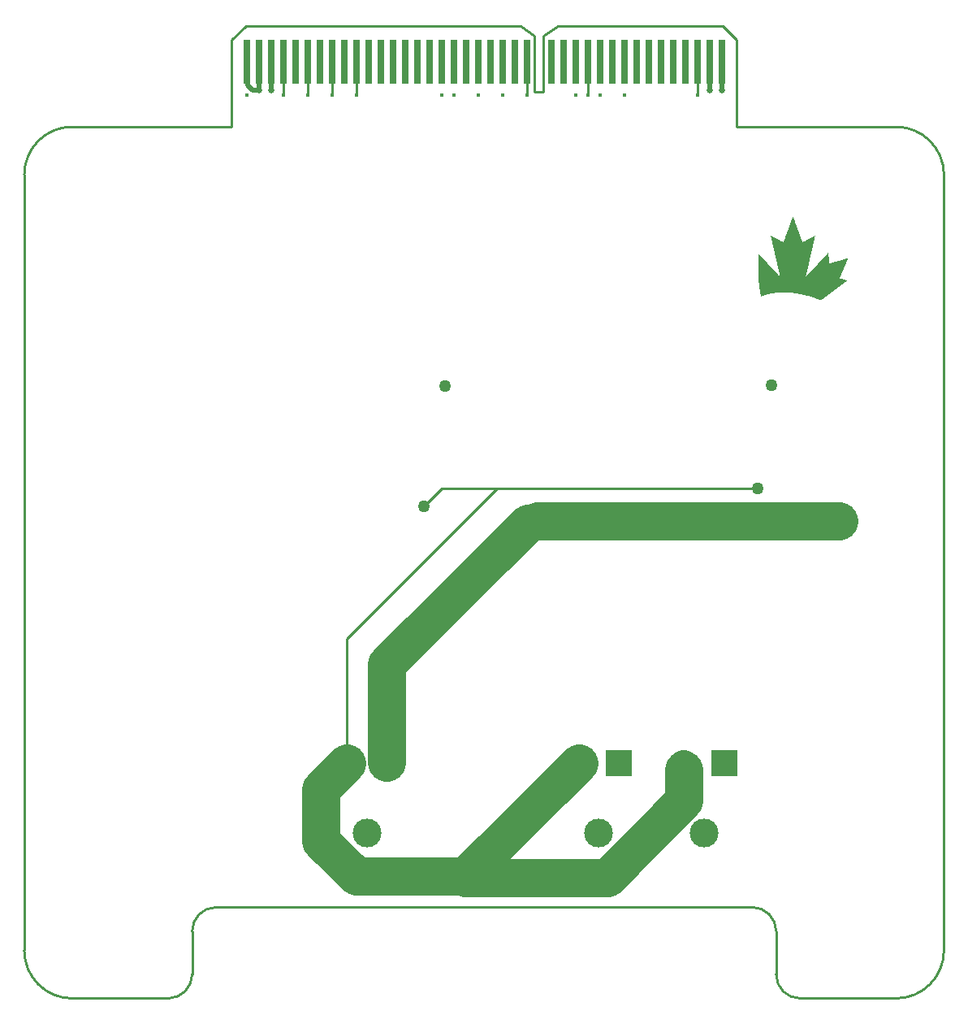
<source format=gbr>
%TF.GenerationSoftware,Altium Limited,Altium Designer,22.11.1 (43)*%
G04 Layer_Physical_Order=4*
G04 Layer_Color=16711680*
%FSLAX45Y45*%
%MOMM*%
%TF.SameCoordinates,F2FF868D-8EDF-4B6E-A412-4C3DA5591A8F*%
%TF.FilePolarity,Positive*%
%TF.FileFunction,Copper,L4,Bot,Signal*%
%TF.Part,Single*%
G01*
G75*
%TA.AperFunction,SMDPad,CuDef*%
%ADD18R,0.66000X4.57200*%
%TA.AperFunction,Conductor*%
%ADD19C,0.29300*%
%ADD20C,4.00000*%
%ADD21C,0.50000*%
%TA.AperFunction,NonConductor*%
%ADD22C,0.25400*%
%TA.AperFunction,ComponentPad*%
%ADD23C,3.00000*%
%ADD24R,2.75000X2.75000*%
%ADD25C,2.75000*%
%TA.AperFunction,ViaPad*%
%ADD26C,1.27000*%
%ADD27C,0.44400*%
%ADD28C,0.63500*%
%TA.AperFunction,Conductor*%
%ADD35C,2.00000*%
G36*
X8074194Y7980990D02*
X8075833D01*
Y7977711D01*
X8077473D01*
Y7972793D01*
X8079112D01*
Y7967875D01*
X8080751D01*
Y7964596D01*
X8082391D01*
Y7958039D01*
X8084030D01*
Y7954760D01*
X8085670D01*
Y7951481D01*
X8087309D01*
Y7944924D01*
X8088948D01*
Y7943284D01*
X8090588D01*
Y7936727D01*
X8092227D01*
Y7933448D01*
X8093866D01*
Y7926890D01*
X8095506D01*
Y7923612D01*
X8097145D01*
Y7920333D01*
X8098785D01*
Y7913775D01*
X8100424D01*
Y7912136D01*
X8102063D01*
Y7905579D01*
X8103703D01*
Y7902300D01*
X8105342D01*
Y7897381D01*
X8106982D01*
Y7892464D01*
X8108621D01*
Y7889185D01*
X8110260D01*
Y7882627D01*
X8111900D01*
Y7879348D01*
X8113539D01*
Y7877709D01*
X8116818D01*
Y7879348D01*
X8120097D01*
Y7880988D01*
X8123375D01*
Y7882627D01*
X8126654D01*
Y7884266D01*
X8129933D01*
Y7885906D01*
X8133212D01*
Y7887545D01*
X8136490D01*
Y7889185D01*
X8138130D01*
Y7890824D01*
X8143048D01*
Y7892464D01*
X8144687D01*
Y7894103D01*
X8147966D01*
Y7895742D01*
X8151245D01*
Y7897381D01*
X8154523D01*
Y7899021D01*
X8157802D01*
Y7900660D01*
X8159442D01*
Y7902300D01*
X8164360D01*
Y7903939D01*
X8167638D01*
Y7905579D01*
X8169278D01*
Y7907218D01*
X8172557D01*
Y7908857D01*
X8175835D01*
Y7910496D01*
X8179114D01*
Y7912136D01*
X8182393D01*
Y7913775D01*
X8185672D01*
Y7915415D01*
X8188950D01*
Y7917054D01*
X8190590D01*
Y7918694D01*
X8195508D01*
Y7920333D01*
X8197147D01*
Y7921972D01*
X8202065D01*
Y7923612D01*
X8203705D01*
Y7925251D01*
X8206984D01*
Y7926890D01*
X8210262D01*
Y7928530D01*
X8211902D01*
Y7930169D01*
X8216820D01*
Y7931809D01*
X8220099D01*
Y7933448D01*
X8221738D01*
Y7935087D01*
X8226656D01*
Y7936727D01*
X8228295D01*
Y7938366D01*
X8233214D01*
Y7940005D01*
X8234853D01*
Y7941645D01*
X8238132D01*
Y7943284D01*
X8241410D01*
Y7944924D01*
X8246329D01*
Y7941645D01*
X8244689D01*
Y7935087D01*
X8243050D01*
Y7928530D01*
X8241410D01*
Y7923612D01*
X8239771D01*
Y7913775D01*
X8238132D01*
Y7907218D01*
X8236492D01*
Y7899021D01*
X8234853D01*
Y7892464D01*
X8233214D01*
Y7887545D01*
X8231574D01*
Y7877709D01*
X8229935D01*
Y7872791D01*
X8228295D01*
Y7862955D01*
X8226656D01*
Y7858036D01*
X8225017D01*
Y7848200D01*
X8223377D01*
Y7843282D01*
X8221738D01*
Y7836724D01*
X8220099D01*
Y7828528D01*
X8218459D01*
Y7821970D01*
X8216820D01*
Y7812134D01*
X8215180D01*
Y7807216D01*
X8213541D01*
Y7800658D01*
X8211902D01*
Y7792461D01*
X8210262D01*
Y7785904D01*
X8208623D01*
Y7777707D01*
X8206984D01*
Y7772789D01*
X8205344D01*
Y7762952D01*
X8203705D01*
Y7756395D01*
X8202065D01*
Y7751477D01*
X8200426D01*
Y7741641D01*
X8198787D01*
Y7736722D01*
X8197147D01*
Y7726886D01*
X8195508D01*
Y7720329D01*
X8193869D01*
Y7715411D01*
X8192229D01*
Y7705574D01*
X8190590D01*
Y7700656D01*
X8188950D01*
Y7690820D01*
X8187311D01*
Y7685902D01*
X8185672D01*
Y7677705D01*
X8184032D01*
Y7671147D01*
X8182393D01*
Y7664590D01*
X8180754D01*
Y7656393D01*
X8179114D01*
Y7651475D01*
X8177475D01*
Y7641639D01*
X8175835D01*
Y7635081D01*
X8174196D01*
Y7628523D01*
X8172557D01*
Y7620327D01*
X8170917D01*
Y7615408D01*
X8169278D01*
Y7605572D01*
X8167638D01*
Y7600654D01*
X8165999D01*
Y7592457D01*
X8164360D01*
Y7584260D01*
X8162720D01*
Y7579342D01*
X8161081D01*
Y7569506D01*
X8159442D01*
Y7564588D01*
X8157802D01*
Y7556391D01*
X8156163D01*
Y7549833D01*
X8154523D01*
Y7544915D01*
X8152884D01*
Y7535079D01*
X8151245D01*
Y7528521D01*
X8149605D01*
Y7518685D01*
X8152884D01*
Y7520325D01*
X8154523D01*
Y7523603D01*
X8156163D01*
Y7525243D01*
X8157802D01*
Y7526882D01*
X8159442D01*
Y7528521D01*
X8161081D01*
Y7530161D01*
X8162720D01*
Y7531800D01*
X8164360D01*
Y7533440D01*
X8165999D01*
Y7536718D01*
X8169278D01*
Y7539997D01*
X8170917D01*
Y7541636D01*
X8172557D01*
Y7543276D01*
X8174196D01*
Y7544915D01*
X8177475D01*
Y7548194D01*
X8179114D01*
Y7549833D01*
X8180754D01*
Y7551473D01*
X8182393D01*
Y7553112D01*
X8184032D01*
Y7554751D01*
X8185672D01*
Y7556391D01*
X8187311D01*
Y7558030D01*
X8188950D01*
Y7559670D01*
X8190590D01*
Y7561309D01*
X8192229D01*
Y7564588D01*
X8193869D01*
Y7566227D01*
X8195508D01*
Y7567867D01*
X8197147D01*
Y7569506D01*
X8198787D01*
Y7571145D01*
X8200426D01*
Y7572785D01*
X8202065D01*
Y7574424D01*
X8203705D01*
Y7576063D01*
X8205344D01*
Y7579342D01*
X8208623D01*
Y7580982D01*
X8210262D01*
Y7582621D01*
X8211902D01*
Y7584260D01*
X8213541D01*
Y7587539D01*
X8215180D01*
Y7589178D01*
X8216820D01*
Y7590818D01*
X8218459D01*
Y7592457D01*
X8220099D01*
Y7594097D01*
X8221738D01*
Y7595736D01*
X8223377D01*
Y7597375D01*
X8225017D01*
Y7599015D01*
X8226656D01*
Y7600654D01*
X8228295D01*
Y7602293D01*
X8229935D01*
Y7603933D01*
X8231574D01*
Y7607212D01*
X8233214D01*
Y7608851D01*
X8236492D01*
Y7612130D01*
X8239771D01*
Y7615408D01*
X8241410D01*
Y7617048D01*
X8243050D01*
Y7618687D01*
X8244689D01*
Y7620327D01*
X8246329D01*
Y7621966D01*
X8247968D01*
Y7623605D01*
X8249607D01*
Y7625245D01*
X8251247D01*
Y7626884D01*
X8252886D01*
Y7628523D01*
X8254526D01*
Y7631802D01*
X8256165D01*
Y7633442D01*
X8257804D01*
Y7635081D01*
X8259444D01*
Y7636720D01*
X8261083D01*
Y7638360D01*
X8262722D01*
Y7639999D01*
X8264362D01*
Y7641639D01*
X8266001D01*
Y7643278D01*
X8267641D01*
Y7644917D01*
X8269280D01*
Y7646557D01*
X8270919D01*
Y7648196D01*
X8272559D01*
Y7649835D01*
X8274198D01*
Y7651475D01*
X8275837D01*
Y7654754D01*
X8277477D01*
Y7656393D01*
X8279116D01*
Y7658032D01*
X8280756D01*
Y7659672D01*
X8282395D01*
Y7661311D01*
X8284034D01*
Y7662950D01*
X8285674D01*
Y7664590D01*
X8287313D01*
Y7666229D01*
X8288952D01*
Y7667869D01*
X8290592D01*
Y7669508D01*
X8292231D01*
Y7671147D01*
X8293871D01*
Y7672787D01*
X8295510D01*
Y7674426D01*
X8297150D01*
Y7676065D01*
X8298789D01*
Y7679344D01*
X8302067D01*
Y7682623D01*
X8303707D01*
Y7684262D01*
X8305346D01*
Y7685902D01*
X8306986D01*
Y7687541D01*
X8308625D01*
Y7689180D01*
X8310265D01*
Y7690820D01*
X8311904D01*
Y7692459D01*
X8313543D01*
Y7694099D01*
X8315183D01*
Y7697377D01*
X8318461D01*
Y7700656D01*
X8320101D01*
Y7702295D01*
X8321740D01*
Y7703935D01*
X8323380D01*
Y7705574D01*
X8325019D01*
Y7707214D01*
X8326658D01*
Y7708853D01*
X8328298D01*
Y7710492D01*
X8329937D01*
Y7712132D01*
X8331576D01*
Y7713771D01*
X8333216D01*
Y7715411D01*
X8334855D01*
Y7717050D01*
X8336494D01*
Y7718689D01*
X8338134D01*
Y7720329D01*
X8339773D01*
Y7721968D01*
X8341413D01*
Y7725247D01*
X8343052D01*
Y7726886D01*
X8344691D01*
Y7728526D01*
X8346331D01*
Y7730165D01*
X8347970D01*
Y7731804D01*
X8349609D01*
Y7733444D01*
X8351249D01*
Y7735083D01*
X8352888D01*
Y7736722D01*
X8354528D01*
Y7740001D01*
X8356167D01*
Y7741641D01*
X8357807D01*
Y7743280D01*
X8359446D01*
Y7744919D01*
X8361085D01*
Y7746559D01*
X8362724D01*
Y7748198D01*
X8364364D01*
Y7749837D01*
X8366003D01*
Y7751477D01*
X8367643D01*
Y7753116D01*
X8369282D01*
Y7754756D01*
X8370922D01*
Y7756395D01*
X8372561D01*
Y7758034D01*
X8374200D01*
Y7759674D01*
X8375839D01*
Y7761313D01*
X8377479D01*
Y7764592D01*
X8382397D01*
Y7751477D01*
X8384037D01*
Y7744919D01*
X8385676D01*
Y7726886D01*
X8387315D01*
Y7718689D01*
X8388955D01*
Y7702295D01*
X8390594D01*
Y7692459D01*
X8392233D01*
Y7682623D01*
X8393873D01*
Y7666229D01*
X8395512D01*
Y7659672D01*
X8397152D01*
Y7656393D01*
X8402070D01*
Y7658032D01*
X8406988D01*
Y7659672D01*
X8413545D01*
Y7661311D01*
X8416824D01*
Y7662950D01*
X8425021D01*
Y7664590D01*
X8429939D01*
Y7666229D01*
X8436497D01*
Y7667869D01*
X8441415D01*
Y7669508D01*
X8446333D01*
Y7671147D01*
X8452890D01*
Y7672787D01*
X8456169D01*
Y7674426D01*
X8464366D01*
Y7676065D01*
X8469284D01*
Y7677705D01*
X8474202D01*
Y7679344D01*
X8480760D01*
Y7680984D01*
X8484039D01*
Y7682623D01*
X8492235D01*
Y7684262D01*
X8497154D01*
Y7685902D01*
X8503711D01*
Y7687541D01*
X8508629D01*
Y7689180D01*
X8511908D01*
Y7690820D01*
X8520105D01*
Y7692459D01*
X8525023D01*
Y7694099D01*
X8531581D01*
Y7695738D01*
X8536499D01*
Y7697377D01*
X8541417D01*
Y7699017D01*
X8549614D01*
Y7700656D01*
X8551253D01*
Y7702295D01*
X8559450D01*
Y7703935D01*
X8564368D01*
Y7705574D01*
X8570926D01*
Y7707214D01*
X8575844D01*
Y7708853D01*
X8580762D01*
Y7710492D01*
X8587319D01*
Y7705574D01*
X8585680D01*
Y7700656D01*
X8584041D01*
Y7697377D01*
X8582401D01*
Y7692459D01*
X8580762D01*
Y7689180D01*
X8579123D01*
Y7685902D01*
X8577483D01*
Y7680984D01*
X8575844D01*
Y7679344D01*
X8574204D01*
Y7672787D01*
X8572565D01*
Y7671147D01*
X8570926D01*
Y7666229D01*
X8569286D01*
Y7661311D01*
X8567647D01*
Y7658032D01*
X8566008D01*
Y7653114D01*
X8564368D01*
Y7651475D01*
X8562729D01*
Y7646557D01*
X8561089D01*
Y7643278D01*
X8559450D01*
Y7638360D01*
X8557811D01*
Y7635081D01*
X8556171D01*
Y7631802D01*
X8554532D01*
Y7626884D01*
X8552892D01*
Y7623605D01*
X8551253D01*
Y7618687D01*
X8549614D01*
Y7617048D01*
X8547974D01*
Y7612130D01*
X8546335D01*
Y7607212D01*
X8544696D01*
Y7605572D01*
X8543056D01*
Y7599015D01*
X8541417D01*
Y7597375D01*
X8539777D01*
Y7592457D01*
X8538138D01*
Y7589178D01*
X8536499D01*
Y7585900D01*
X8534859D01*
Y7579342D01*
X8533220D01*
Y7577703D01*
X8531581D01*
Y7572785D01*
X8529941D01*
Y7569506D01*
X8528302D01*
Y7566227D01*
X8526662D01*
Y7561309D01*
X8525023D01*
Y7558030D01*
X8523384D01*
Y7553112D01*
X8521744D01*
Y7549833D01*
X8520105D01*
Y7546555D01*
X8518466D01*
Y7541636D01*
X8516826D01*
Y7539997D01*
X8515187D01*
Y7533440D01*
X8513547D01*
Y7531800D01*
X8511908D01*
Y7525243D01*
X8510269D01*
Y7523603D01*
X8508629D01*
Y7518685D01*
X8506990D01*
Y7515406D01*
X8505351D01*
Y7512127D01*
X8503711D01*
Y7507210D01*
X8502072D01*
Y7503931D01*
X8500432D01*
Y7502291D01*
X8503711D01*
Y7500652D01*
X8506990D01*
Y7499012D01*
X8511908D01*
Y7497373D01*
X8520105D01*
Y7495734D01*
X8525023D01*
Y7494094D01*
X8531581D01*
Y7492455D01*
X8538138D01*
Y7490816D01*
X8543056D01*
Y7489176D01*
X8549614D01*
Y7487537D01*
X8554532D01*
Y7485897D01*
X8562729D01*
Y7484258D01*
X8566008D01*
Y7482619D01*
X8574204D01*
Y7480979D01*
X8579123D01*
Y7476061D01*
X8577483D01*
Y7474422D01*
X8574204D01*
Y7472782D01*
X8572565D01*
Y7471143D01*
X8570926D01*
Y7469504D01*
X8567647D01*
Y7467864D01*
X8566008D01*
Y7466225D01*
X8564368D01*
Y7464586D01*
X8562729D01*
Y7462946D01*
X8559450D01*
Y7461307D01*
X8557811D01*
Y7459668D01*
X8554532D01*
Y7458028D01*
X8552892D01*
Y7456389D01*
X8551253D01*
Y7454749D01*
X8547974D01*
Y7453110D01*
X8546335D01*
Y7451470D01*
X8544696D01*
Y7449831D01*
X8541417D01*
Y7448192D01*
X8539777D01*
Y7446553D01*
X8536499D01*
Y7444913D01*
X8534859D01*
Y7443274D01*
X8533220D01*
Y7441634D01*
X8531581D01*
Y7439995D01*
X8529941D01*
Y7438355D01*
X8526662D01*
Y7436716D01*
X8525023D01*
Y7435077D01*
X8521744D01*
Y7433438D01*
X8520105D01*
Y7431798D01*
X8518466D01*
Y7430159D01*
X8515187D01*
Y7428519D01*
X8513547D01*
Y7426880D01*
X8511908D01*
Y7425240D01*
X8508629D01*
Y7423601D01*
X8506990D01*
Y7421962D01*
X8503711D01*
Y7420322D01*
X8502072D01*
Y7418683D01*
X8500432D01*
Y7417044D01*
X8498793D01*
Y7415404D01*
X8495514D01*
Y7413765D01*
X8493875D01*
Y7412125D01*
X8490596D01*
Y7410486D01*
X8488957D01*
Y7408847D01*
X8487317D01*
Y7407207D01*
X8484039D01*
Y7405568D01*
X8482399D01*
Y7403929D01*
X8480760D01*
Y7402289D01*
X8477481D01*
Y7400650D01*
X8475842D01*
Y7399010D01*
X8474202D01*
Y7397371D01*
X8472563D01*
Y7395732D01*
X8469284D01*
Y7394092D01*
X8467645D01*
Y7392453D01*
X8466005D01*
Y7390814D01*
X8462727D01*
Y7389174D01*
X8461087D01*
Y7387535D01*
X8457809D01*
Y7385895D01*
X8456169D01*
Y7384256D01*
X8454530D01*
Y7382617D01*
X8451251D01*
Y7380977D01*
X8449612D01*
Y7379338D01*
X8447972D01*
Y7377698D01*
X8446333D01*
Y7376059D01*
X8443054D01*
Y7374420D01*
X8441415D01*
Y7372780D01*
X8438136D01*
Y7371141D01*
X8436497D01*
Y7369502D01*
X8434857D01*
Y7367862D01*
X8431579D01*
Y7366223D01*
X8429939D01*
Y7364583D01*
X8428300D01*
Y7362944D01*
X8425021D01*
Y7361305D01*
X8423382D01*
Y7359665D01*
X8420103D01*
Y7356387D01*
X8416824D01*
Y7354747D01*
X8415185D01*
Y7353108D01*
X8411906D01*
Y7351468D01*
X8410267D01*
Y7349829D01*
X8408627D01*
Y7348190D01*
X8405348D01*
Y7346550D01*
X8403709D01*
Y7344911D01*
X8402070D01*
Y7343272D01*
X8398791D01*
Y7341632D01*
X8397152D01*
Y7339993D01*
X8393873D01*
Y7338353D01*
X8392233D01*
Y7336714D01*
X8390594D01*
Y7335075D01*
X8388955D01*
Y7333435D01*
X8385676D01*
Y7331796D01*
X8384037D01*
Y7330157D01*
X8382397D01*
Y7328517D01*
X8379118D01*
Y7326878D01*
X8377479D01*
Y7325238D01*
X8374200D01*
Y7323599D01*
X8372561D01*
Y7321960D01*
X8370922D01*
Y7320320D01*
X8367643D01*
Y7318681D01*
X8366003D01*
Y7317042D01*
X8364364D01*
Y7315402D01*
X8362724D01*
Y7313763D01*
X8359446D01*
Y7312123D01*
X8357807D01*
Y7310484D01*
X8356167D01*
Y7308845D01*
X8352888D01*
Y7307205D01*
X8351249D01*
Y7305566D01*
X8347970D01*
Y7303926D01*
X8346331D01*
Y7302287D01*
X8344691D01*
Y7300648D01*
X8341413D01*
Y7299008D01*
X8339773D01*
Y7297369D01*
X8338134D01*
Y7295730D01*
X8334855D01*
Y7294090D01*
X8333216D01*
Y7292451D01*
X8331576D01*
Y7290811D01*
X8329937D01*
Y7289172D01*
X8326658D01*
Y7287533D01*
X8325019D01*
Y7285893D01*
X8321740D01*
Y7284254D01*
X8320101D01*
Y7282615D01*
X8318461D01*
Y7280975D01*
X8315183D01*
Y7279336D01*
X8313543D01*
Y7277696D01*
X8311904D01*
Y7276057D01*
X8310265D01*
Y7274418D01*
X8300428D01*
Y7276057D01*
X8297150D01*
Y7277696D01*
X8290592D01*
Y7279336D01*
X8288952D01*
Y7280975D01*
X8282395D01*
Y7282615D01*
X8279116D01*
Y7284254D01*
X8275837D01*
Y7285893D01*
X8269280D01*
Y7287533D01*
X8266001D01*
Y7289172D01*
X8259444D01*
Y7290811D01*
X8256165D01*
Y7292451D01*
X8251247D01*
Y7294090D01*
X8246329D01*
Y7295730D01*
X8243050D01*
Y7297369D01*
X8234853D01*
Y7299008D01*
X8231574D01*
Y7300648D01*
X8225017D01*
Y7302287D01*
X8221738D01*
Y7303926D01*
X8216820D01*
Y7305566D01*
X8210262D01*
Y7307205D01*
X8206984D01*
Y7308845D01*
X8198787D01*
Y7310484D01*
X8195508D01*
Y7312123D01*
X8188950D01*
Y7313763D01*
X8184032D01*
Y7315402D01*
X8179114D01*
Y7317042D01*
X8170917D01*
Y7318681D01*
X8167638D01*
Y7320320D01*
X8157802D01*
Y7321960D01*
X8154523D01*
Y7323599D01*
X8149605D01*
Y7325238D01*
X8139769D01*
Y7326878D01*
X8134851D01*
Y7328517D01*
X8126654D01*
Y7330157D01*
X8121736D01*
Y7331796D01*
X8111900D01*
Y7333435D01*
X8105342D01*
Y7335075D01*
X8100424D01*
Y7336714D01*
X8087309D01*
Y7338353D01*
X8082391D01*
Y7339993D01*
X8069276D01*
Y7341632D01*
X8064358D01*
Y7343272D01*
X8054521D01*
Y7344911D01*
X8043046D01*
Y7346550D01*
X8034849D01*
Y7348190D01*
X8016816D01*
Y7349829D01*
X8005340D01*
Y7351468D01*
X7985668D01*
Y7353108D01*
X7969274D01*
Y7354747D01*
X7864353D01*
Y7353108D01*
X7849599D01*
Y7351468D01*
X7833205D01*
Y7349829D01*
X7821730D01*
Y7348190D01*
X7808615D01*
Y7346550D01*
X7800418D01*
Y7344911D01*
X7790581D01*
Y7343272D01*
X7782384D01*
Y7341632D01*
X7775827D01*
Y7339993D01*
X7767630D01*
Y7338353D01*
X7761073D01*
Y7336714D01*
X7752876D01*
Y7335075D01*
X7749597D01*
Y7333435D01*
X7743039D01*
Y7331796D01*
X7736482D01*
Y7330157D01*
X7731564D01*
Y7328517D01*
X7725006D01*
Y7326878D01*
X7721728D01*
Y7325238D01*
X7715170D01*
Y7323599D01*
X7710252D01*
Y7321960D01*
X7706973D01*
Y7320320D01*
X7700416D01*
Y7318681D01*
X7698776D01*
Y7317042D01*
X7692219D01*
Y7315402D01*
X7687301D01*
Y7313763D01*
X7685661D01*
Y7312123D01*
X7682382D01*
Y7313763D01*
X7680743D01*
Y7321960D01*
X7679104D01*
Y7326878D01*
X7677464D01*
Y7335075D01*
X7675825D01*
Y7339993D01*
X7674186D01*
Y7351468D01*
X7672546D01*
Y7358026D01*
X7670907D01*
Y7366223D01*
X7669267D01*
Y7377698D01*
X7667628D01*
Y7384256D01*
X7665989D01*
Y7399010D01*
X7664349D01*
Y7410486D01*
X7662710D01*
Y7420322D01*
X7661071D01*
Y7438355D01*
X7659431D01*
Y7451470D01*
X7657792D01*
Y7499012D01*
X7656152D01*
Y7530161D01*
X7654513D01*
Y7618687D01*
X7652874D01*
Y7699017D01*
X7651234D01*
Y7756395D01*
X7652874D01*
Y7758034D01*
X7656152D01*
Y7756395D01*
X7657792D01*
Y7754756D01*
X7659431D01*
Y7753116D01*
X7661071D01*
Y7749837D01*
X7664349D01*
Y7748198D01*
X7665989D01*
Y7744919D01*
X7669267D01*
Y7741641D01*
X7670907D01*
Y7740001D01*
X7672546D01*
Y7738362D01*
X7674186D01*
Y7736722D01*
X7675825D01*
Y7735083D01*
X7677464D01*
Y7733444D01*
X7679104D01*
Y7731804D01*
X7680743D01*
Y7730165D01*
X7682382D01*
Y7728526D01*
X7684022D01*
Y7726886D01*
X7685661D01*
Y7723607D01*
X7687301D01*
Y7721968D01*
X7688940D01*
Y7720329D01*
X7690579D01*
Y7718689D01*
X7692219D01*
Y7717050D01*
X7693858D01*
Y7715411D01*
X7695497D01*
Y7713771D01*
X7697137D01*
Y7712132D01*
X7698776D01*
Y7710492D01*
X7700416D01*
Y7708853D01*
X7702055D01*
Y7707214D01*
X7703694D01*
Y7705574D01*
X7705334D01*
Y7703935D01*
X7706973D01*
Y7702295D01*
X7708612D01*
Y7699017D01*
X7710252D01*
Y7697377D01*
X7711891D01*
Y7695738D01*
X7713531D01*
Y7694099D01*
X7715170D01*
Y7692459D01*
X7716809D01*
Y7690820D01*
X7718449D01*
Y7689180D01*
X7720088D01*
Y7687541D01*
X7721728D01*
Y7685902D01*
X7723367D01*
Y7684262D01*
X7725006D01*
Y7682623D01*
X7726646D01*
Y7680984D01*
X7728285D01*
Y7679344D01*
X7729924D01*
Y7677705D01*
X7731564D01*
Y7674426D01*
X7733203D01*
Y7672787D01*
X7734843D01*
Y7671147D01*
X7736482D01*
Y7669508D01*
X7738121D01*
Y7667869D01*
X7739761D01*
Y7666229D01*
X7741400D01*
Y7664590D01*
X7743039D01*
Y7662950D01*
X7744679D01*
Y7661311D01*
X7746318D01*
Y7659672D01*
X7747958D01*
Y7656393D01*
X7749597D01*
Y7654754D01*
X7751236D01*
Y7653114D01*
X7752876D01*
Y7651475D01*
X7754515D01*
Y7649835D01*
X7756154D01*
Y7648196D01*
X7757794D01*
Y7646557D01*
X7759433D01*
Y7644917D01*
X7761073D01*
Y7643278D01*
X7762712D01*
Y7641639D01*
X7764351D01*
Y7639999D01*
X7765991D01*
Y7638360D01*
X7767630D01*
Y7636720D01*
X7769269D01*
Y7635081D01*
X7770909D01*
Y7633442D01*
X7772548D01*
Y7630163D01*
X7774188D01*
Y7628523D01*
X7775827D01*
Y7626884D01*
X7777466D01*
Y7625245D01*
X7779106D01*
Y7623605D01*
X7780745D01*
Y7621966D01*
X7782384D01*
Y7620327D01*
X7784024D01*
Y7617048D01*
X7785663D01*
Y7615408D01*
X7787303D01*
Y7613769D01*
X7788942D01*
Y7612130D01*
X7792221D01*
Y7608851D01*
X7793860D01*
Y7607212D01*
X7795500D01*
Y7605572D01*
X7797139D01*
Y7603933D01*
X7798778D01*
Y7602293D01*
X7800418D01*
Y7600654D01*
X7802057D01*
Y7599015D01*
X7803696D01*
Y7597375D01*
X7805336D01*
Y7595736D01*
X7806975D01*
Y7594097D01*
X7808615D01*
Y7592457D01*
X7810254D01*
Y7589178D01*
X7811893D01*
Y7587539D01*
X7813533D01*
Y7585900D01*
X7815172D01*
Y7584260D01*
X7816811D01*
Y7582621D01*
X7818451D01*
Y7580982D01*
X7820090D01*
Y7579342D01*
X7821730D01*
Y7577703D01*
X7823369D01*
Y7576063D01*
X7825008D01*
Y7574424D01*
X7826648D01*
Y7572785D01*
X7828287D01*
Y7571145D01*
X7829926D01*
Y7569506D01*
X7831566D01*
Y7567867D01*
X7833205D01*
Y7566227D01*
X7834845D01*
Y7562948D01*
X7836484D01*
Y7561309D01*
X7838124D01*
Y7559670D01*
X7839763D01*
Y7558030D01*
X7841402D01*
Y7556391D01*
X7843041D01*
Y7554751D01*
X7844681D01*
Y7553112D01*
X7846320D01*
Y7551473D01*
X7847960D01*
Y7549833D01*
X7849599D01*
Y7548194D01*
X7851238D01*
Y7544915D01*
X7854517D01*
Y7541636D01*
X7857796D01*
Y7538358D01*
X7859435D01*
Y7536718D01*
X7861075D01*
Y7535079D01*
X7862714D01*
Y7533440D01*
X7864353D01*
Y7531800D01*
X7865993D01*
Y7530161D01*
X7867632D01*
Y7528521D01*
X7869272D01*
Y7526882D01*
X7870911D01*
Y7525243D01*
X7872550D01*
Y7523603D01*
X7874190D01*
Y7520325D01*
X7877468D01*
Y7518685D01*
X7880747D01*
Y7520325D01*
X7879108D01*
Y7526882D01*
X7877468D01*
Y7535079D01*
X7875829D01*
Y7539997D01*
X7874190D01*
Y7549833D01*
X7872550D01*
Y7554751D01*
X7870911D01*
Y7564588D01*
X7869272D01*
Y7569506D01*
X7867632D01*
Y7576063D01*
X7865993D01*
Y7585900D01*
X7864353D01*
Y7589178D01*
X7862714D01*
Y7600654D01*
X7861075D01*
Y7605572D01*
X7859435D01*
Y7612130D01*
X7857796D01*
Y7620327D01*
X7856157D01*
Y7625245D01*
X7854517D01*
Y7635081D01*
X7852878D01*
Y7639999D01*
X7851238D01*
Y7649835D01*
X7849599D01*
Y7654754D01*
X7847960D01*
Y7662950D01*
X7846320D01*
Y7671147D01*
X7844681D01*
Y7676065D01*
X7843041D01*
Y7685902D01*
X7841402D01*
Y7690820D01*
X7839763D01*
Y7699017D01*
X7838124D01*
Y7707214D01*
X7836484D01*
Y7712132D01*
X7834845D01*
Y7720329D01*
X7833205D01*
Y7726886D01*
X7831566D01*
Y7735083D01*
X7829926D01*
Y7741641D01*
X7828287D01*
Y7748198D01*
X7826648D01*
Y7758034D01*
X7825008D01*
Y7761313D01*
X7823369D01*
Y7771149D01*
X7821730D01*
Y7776068D01*
X7820090D01*
Y7784264D01*
X7818451D01*
Y7792461D01*
X7816811D01*
Y7797379D01*
X7815172D01*
Y7807216D01*
X7813533D01*
Y7812134D01*
X7811893D01*
Y7820331D01*
X7810254D01*
Y7826888D01*
X7808615D01*
Y7833446D01*
X7806975D01*
Y7843282D01*
X7805336D01*
Y7848200D01*
X7803696D01*
Y7856397D01*
X7802057D01*
Y7862955D01*
X7800418D01*
Y7869512D01*
X7798778D01*
Y7877709D01*
X7797139D01*
Y7882627D01*
X7795500D01*
Y7892464D01*
X7793860D01*
Y7899021D01*
X7792221D01*
Y7905579D01*
X7790581D01*
Y7913775D01*
X7788942D01*
Y7918694D01*
X7787303D01*
Y7928530D01*
X7785663D01*
Y7933448D01*
X7784024D01*
Y7943284D01*
X7782384D01*
Y7944924D01*
X7787303D01*
Y7943284D01*
X7788942D01*
Y7941645D01*
X7793860D01*
Y7940005D01*
X7795500D01*
Y7938366D01*
X7800418D01*
Y7936727D01*
X7802057D01*
Y7935087D01*
X7805336D01*
Y7933448D01*
X7808615D01*
Y7931809D01*
X7811893D01*
Y7930169D01*
X7815172D01*
Y7928530D01*
X7818451D01*
Y7926890D01*
X7821730D01*
Y7925251D01*
X7825008D01*
Y7923612D01*
X7826648D01*
Y7921972D01*
X7831566D01*
Y7920333D01*
X7833205D01*
Y7918694D01*
X7838124D01*
Y7917054D01*
X7839763D01*
Y7915415D01*
X7843041D01*
Y7913775D01*
X7846320D01*
Y7912136D01*
X7849599D01*
Y7910496D01*
X7852878D01*
Y7908857D01*
X7854517D01*
Y7907218D01*
X7859435D01*
Y7905579D01*
X7861075D01*
Y7903939D01*
X7864353D01*
Y7902300D01*
X7869272D01*
Y7900660D01*
X7870911D01*
Y7899021D01*
X7874190D01*
Y7897381D01*
X7875829D01*
Y7895742D01*
X7880747D01*
Y7894103D01*
X7884026D01*
Y7892464D01*
X7885665D01*
Y7890824D01*
X7890583D01*
Y7889185D01*
X7892223D01*
Y7887545D01*
X7897141D01*
Y7885906D01*
X7898780D01*
Y7884266D01*
X7902059D01*
Y7882627D01*
X7905338D01*
Y7880988D01*
X7906977D01*
Y7879348D01*
X7911896D01*
Y7877709D01*
X7913535D01*
Y7879348D01*
X7916813D01*
Y7884266D01*
X7918453D01*
Y7889185D01*
X7920092D01*
Y7892464D01*
X7921732D01*
Y7899021D01*
X7923371D01*
Y7902300D01*
X7925011D01*
Y7907218D01*
X7926650D01*
Y7910496D01*
X7928289D01*
Y7915415D01*
X7929929D01*
Y7920333D01*
X7931568D01*
Y7923612D01*
X7933207D01*
Y7930169D01*
X7934847D01*
Y7931809D01*
X7936486D01*
Y7938366D01*
X7938126D01*
Y7943284D01*
X7939765D01*
Y7944924D01*
X7941404D01*
Y7951481D01*
X7943044D01*
Y7954760D01*
X7944683D01*
Y7961317D01*
X7946322D01*
Y7964596D01*
X7947962D01*
Y7969514D01*
X7949601D01*
Y7974432D01*
X7951241D01*
Y7976072D01*
X7952880D01*
Y7982629D01*
X7954519D01*
Y7987547D01*
X7956159D01*
Y7990826D01*
X7957798D01*
Y7995744D01*
X7959437D01*
Y7999023D01*
X7961077D01*
Y8005581D01*
X7962716D01*
Y8008859D01*
X7964355D01*
Y8013777D01*
X7965995D01*
Y8018696D01*
X7967634D01*
Y8021974D01*
X7969274D01*
Y8026893D01*
X7970913D01*
Y8030171D01*
X7972553D01*
Y8036729D01*
X7974192D01*
Y8040008D01*
X7975831D01*
Y8044926D01*
X7977470D01*
Y8049844D01*
X7979110D01*
Y8053123D01*
X7980749D01*
Y8058041D01*
X7982389D01*
Y8062959D01*
X7984028D01*
Y8067877D01*
X7985668D01*
Y8071156D01*
X7987307D01*
Y8076074D01*
X7988946D01*
Y8080992D01*
X7990585D01*
Y8084271D01*
X7992225D01*
Y8090828D01*
X7993864D01*
Y8094107D01*
X7995504D01*
Y8099025D01*
X7997143D01*
Y8103943D01*
X7998783D01*
Y8107222D01*
X8000422D01*
Y8112140D01*
X8002061D01*
Y8115419D01*
X8003701D01*
Y8121976D01*
X8005340D01*
Y8125255D01*
X8006979D01*
Y8130173D01*
X8008619D01*
Y8135091D01*
X8010258D01*
Y8138370D01*
X8011898D01*
Y8143288D01*
X8015176D01*
Y8141649D01*
X8016816D01*
Y8138370D01*
X8018455D01*
Y8133452D01*
X8020094D01*
Y8128534D01*
X8021734D01*
Y8125255D01*
X8023373D01*
Y8118698D01*
X8025013D01*
Y8115419D01*
X8026652D01*
Y8112140D01*
X8028291D01*
Y8105583D01*
X8029931D01*
Y8103943D01*
X8031570D01*
Y8097386D01*
X8033209D01*
Y8094107D01*
X8034849D01*
Y8087549D01*
X8036488D01*
Y8084271D01*
X8038128D01*
Y8080992D01*
X8039767D01*
Y8074434D01*
X8041406D01*
Y8072795D01*
X8043046D01*
Y8064598D01*
X8044685D01*
Y8062959D01*
X8046325D01*
Y8058041D01*
X8047964D01*
Y8053123D01*
X8049603D01*
Y8049844D01*
X8051243D01*
Y8043286D01*
X8052882D01*
Y8040008D01*
X8054521D01*
Y8035089D01*
X8056161D01*
Y8030171D01*
X8057800D01*
Y8026893D01*
X8059440D01*
Y8021974D01*
X8061079D01*
Y8018696D01*
X8062718D01*
Y8012138D01*
X8064358D01*
Y8008859D01*
X8065997D01*
Y8003941D01*
X8067636D01*
Y7999023D01*
X8069276D01*
Y7995744D01*
X8070915D01*
Y7989187D01*
X8072555D01*
Y7987547D01*
X8074194D01*
Y7982629D01*
Y7980990D01*
D02*
G37*
D18*
X5238700Y9760000D02*
D03*
X7270700D02*
D03*
X7143700D02*
D03*
X7016700D02*
D03*
X6889700D02*
D03*
X6762700D02*
D03*
X6635700D02*
D03*
X6508700D02*
D03*
X6381700D02*
D03*
X6254700D02*
D03*
X6127700D02*
D03*
X6000700D02*
D03*
X5873700D02*
D03*
X5746700D02*
D03*
X5619700D02*
D03*
X5492700D02*
D03*
X5111700D02*
D03*
X4984700D02*
D03*
X4857700D02*
D03*
X4730700D02*
D03*
X4603700D02*
D03*
X4476700D02*
D03*
X4349700D02*
D03*
X4222700D02*
D03*
X4095700D02*
D03*
X3968700D02*
D03*
X3841700D02*
D03*
X3714700D02*
D03*
X3587700D02*
D03*
X3460700D02*
D03*
X3333700D02*
D03*
X3206700D02*
D03*
X3079700D02*
D03*
X2952700D02*
D03*
X2825700D02*
D03*
X2698700D02*
D03*
X2571700D02*
D03*
X2444700D02*
D03*
X2317700D02*
D03*
D19*
X4930000Y5314844D02*
X7643500D01*
X4354844D02*
X4930000D01*
X3360000Y2450000D02*
Y3744844D01*
X4930000Y5314844D01*
X4170000Y5130000D02*
X4354844Y5314844D01*
X2698700Y9410000D02*
Y9760000D01*
X2952700Y9410000D02*
Y9760000D01*
X3206700Y9410000D02*
Y9760000D01*
X3460700Y9410000D02*
Y9760000D01*
X5238700Y9410000D02*
Y9760000D01*
X5873700Y9410000D02*
Y9760000D01*
X7016700Y9410000D02*
Y9760000D01*
D20*
X3780000Y3480000D02*
X5250000Y4950000D01*
X3780000Y2455353D02*
Y3480000D01*
X5350000Y4970000D02*
X8490000D01*
X3090000Y2180000D02*
X3360000Y2450000D01*
X3090000Y1640000D02*
X3460000Y1270000D01*
X3090000Y1640000D02*
Y2180000D01*
X3460000Y1270000D02*
X4600000D01*
Y1260000D02*
X6080000D01*
X4600000Y1270000D02*
X5780000Y2450000D01*
X6080000Y1260000D02*
X6880000Y2060000D01*
Y2379190D01*
D21*
X2444700Y9460000D02*
Y9760000D01*
X2317700D02*
X2325700Y9752000D01*
X2442117Y9462583D02*
X2444700Y9460000D01*
X2325700Y9514300D02*
X2377417Y9462583D01*
X2442117D01*
X2325700Y9514300D02*
Y9752000D01*
X7270700Y9460000D02*
Y9760000D01*
X7143700Y9460000D02*
Y9760000D01*
X2571700Y9460000D02*
Y9760000D01*
D22*
X9588500Y8580500D02*
G03*
X9088500Y9080500I-500000J0D01*
G01*
X500000D02*
G03*
X0Y8580500I0J-500000D01*
G01*
X9088500Y0D02*
G03*
X9588500Y500000I0J500000D01*
G01*
X7838500Y700000D02*
G03*
X7588500Y950000I-250000J0D01*
G01*
X7838500Y250000D02*
G03*
X8088500Y0I250000J0D01*
G01*
X2000000Y950000D02*
G03*
X1750000Y700000I0J-250000D01*
G01*
X1500000Y0D02*
G03*
X1750000Y250000I-0J250000D01*
G01*
X0Y500000D02*
G03*
X500000Y0I500000J0D01*
G01*
X9588500Y500000D02*
Y8580500D01*
X5411200Y10032300D02*
X5561200Y10132300D01*
X5411200Y9444500D02*
Y10032300D01*
X5320200Y9444500D02*
X5411200D01*
X5320200Y10032300D02*
X5320250Y9444500D01*
X5170200Y10132300D02*
X5320200Y10032300D01*
X2310200Y10132300D02*
X5170200D01*
X2160200Y9982500D02*
X2310200Y10132300D01*
X7278200D02*
X7428200Y9982500D01*
X500000Y9080500D02*
X2160200D01*
X5561200Y10132500D02*
X7278200D01*
X7428200Y9080500D02*
Y9982500D01*
X2160200D02*
X2160250Y9080500D01*
X7428200D02*
X9088500D01*
X8088500Y0D02*
X9088500D01*
X2000000Y950000D02*
X7588500D01*
X7838500Y250000D02*
Y700000D01*
X1750000Y250000D02*
Y700000D01*
X500000Y0D02*
X1500000D01*
X0Y500000D02*
Y8580500D01*
D23*
X5990000Y1720000D02*
D03*
X3570000D02*
D03*
X7090000D02*
D03*
D24*
X6200000Y2450000D02*
D03*
X3780000D02*
D03*
X7300000D02*
D03*
D25*
X5780000D02*
D03*
X3360000D02*
D03*
X6880000D02*
D03*
D26*
X8550000Y5030000D02*
D03*
X5250000Y5070000D02*
D03*
X7643500Y5314844D02*
D03*
X4170000Y5130000D02*
D03*
X7790000Y6390000D02*
D03*
X4390000Y6380000D02*
D03*
D27*
X7016700Y9410000D02*
D03*
X6254700D02*
D03*
X6000700D02*
D03*
X5873700D02*
D03*
X5746700D02*
D03*
X5238700D02*
D03*
X4984700D02*
D03*
X4730700D02*
D03*
X4476700D02*
D03*
X4349700D02*
D03*
X3460700D02*
D03*
X3206700D02*
D03*
X2952700D02*
D03*
X2698700D02*
D03*
X2317700D02*
D03*
D28*
X2444700Y9460000D02*
D03*
X2571700D02*
D03*
X7270700D02*
D03*
X7143700D02*
D03*
D35*
X6880000Y2379190D02*
Y2450000D01*
%TF.MD5,075d39225e9d0c34b80fbc7df50b3aad*%
M02*

</source>
